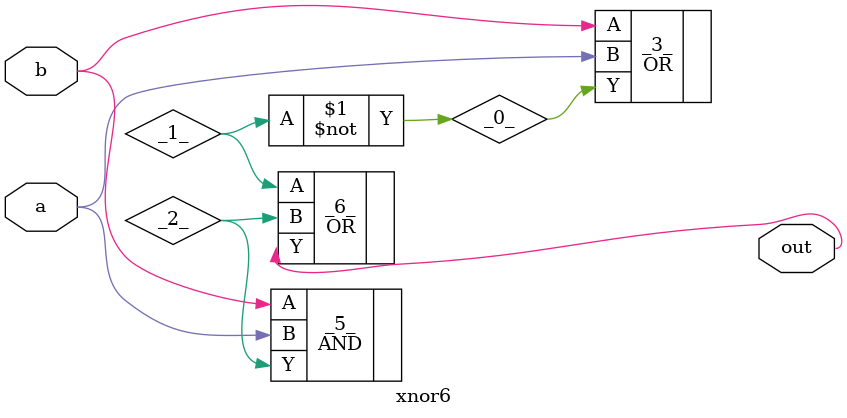
<source format=v>
/* Generated by Yosys 0.41+83 (git sha1 7045cf509, x86_64-w64-mingw32-g++ 13.2.1 -Os) */

/* cells_not_processed =  1  */
/* src = "xnor6.v:1.1-9.10" */
module xnor6(a, b, out);
  wire _0_;
  wire _1_;
  wire _2_;
  /* src = "xnor6.v:2.16-2.17" */
  input a;
  wire a;
  /* src = "xnor6.v:3.16-3.17" */
  input b;
  wire b;
  /* src = "xnor6.v:4.17-4.20" */
  output out;
  wire out;
  OR _3_ (
    .A(b),
    .B(a),
    .Y(_0_)
  );
  not _4_ (
    .A(_0_),
    .Y(_1_)
  );
  AND _5_ (
    .A(b),
    .B(a),
    .Y(_2_)
  );
  OR _6_ (
    .A(_1_),
    .B(_2_),
    .Y(out)
  );
endmodule

</source>
